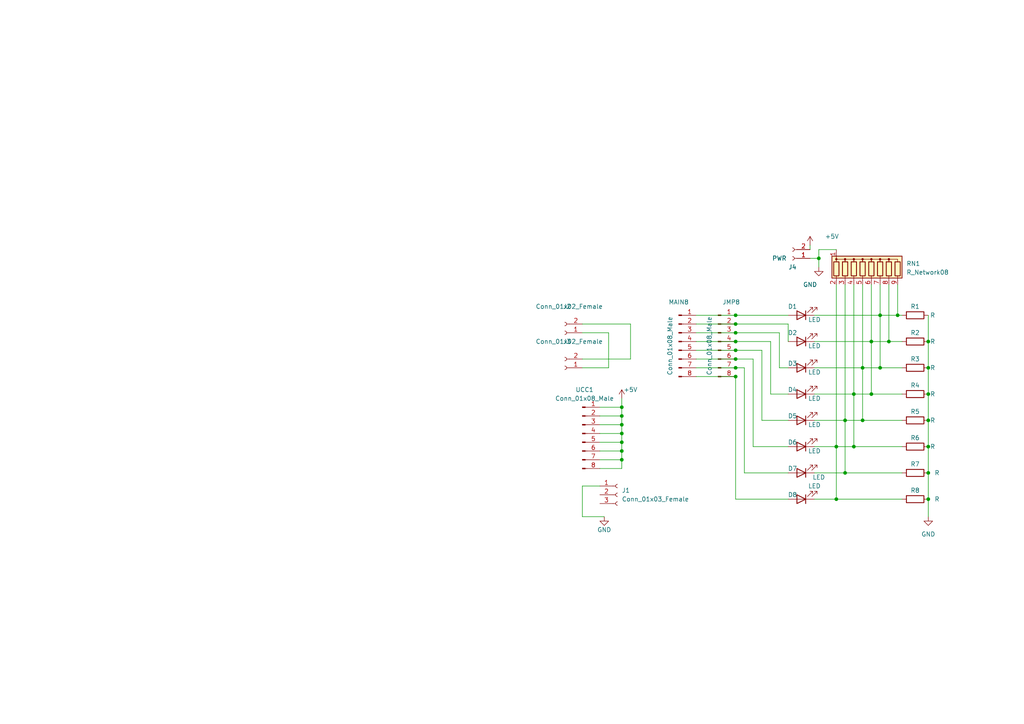
<source format=kicad_sch>
(kicad_sch (version 20230121) (generator eeschema)

  (uuid 0ec807d1-8f9d-4da4-b0b2-f00387f4a277)

  (paper "A4")

  (lib_symbols
    (symbol "Connector:Conn_01x02_Female" (pin_names (offset 1.016) hide) (in_bom yes) (on_board yes)
      (property "Reference" "J" (at 0 2.54 0)
        (effects (font (size 1.27 1.27)))
      )
      (property "Value" "Conn_01x02_Female" (at 0 -5.08 0)
        (effects (font (size 1.27 1.27)))
      )
      (property "Footprint" "" (at 0 0 0)
        (effects (font (size 1.27 1.27)) hide)
      )
      (property "Datasheet" "~" (at 0 0 0)
        (effects (font (size 1.27 1.27)) hide)
      )
      (property "ki_keywords" "connector" (at 0 0 0)
        (effects (font (size 1.27 1.27)) hide)
      )
      (property "ki_description" "Generic connector, single row, 01x02, script generated (kicad-library-utils/schlib/autogen/connector/)" (at 0 0 0)
        (effects (font (size 1.27 1.27)) hide)
      )
      (property "ki_fp_filters" "Connector*:*_1x??_*" (at 0 0 0)
        (effects (font (size 1.27 1.27)) hide)
      )
      (symbol "Conn_01x02_Female_1_1"
        (arc (start 0 -2.032) (mid -0.5058 -2.54) (end 0 -3.048)
          (stroke (width 0.1524) (type default))
          (fill (type none))
        )
        (polyline
          (pts
            (xy -1.27 -2.54)
            (xy -0.508 -2.54)
          )
          (stroke (width 0.1524) (type default))
          (fill (type none))
        )
        (polyline
          (pts
            (xy -1.27 0)
            (xy -0.508 0)
          )
          (stroke (width 0.1524) (type default))
          (fill (type none))
        )
        (arc (start 0 0.508) (mid -0.5058 0) (end 0 -0.508)
          (stroke (width 0.1524) (type default))
          (fill (type none))
        )
        (pin passive line (at -5.08 0 0) (length 3.81)
          (name "Pin_1" (effects (font (size 1.27 1.27))))
          (number "1" (effects (font (size 1.27 1.27))))
        )
        (pin passive line (at -5.08 -2.54 0) (length 3.81)
          (name "Pin_2" (effects (font (size 1.27 1.27))))
          (number "2" (effects (font (size 1.27 1.27))))
        )
      )
    )
    (symbol "Connector:Conn_01x03_Female" (pin_names (offset 1.016) hide) (in_bom yes) (on_board yes)
      (property "Reference" "J" (at 0 5.08 0)
        (effects (font (size 1.27 1.27)))
      )
      (property "Value" "Conn_01x03_Female" (at 0 -5.08 0)
        (effects (font (size 1.27 1.27)))
      )
      (property "Footprint" "" (at 0 0 0)
        (effects (font (size 1.27 1.27)) hide)
      )
      (property "Datasheet" "~" (at 0 0 0)
        (effects (font (size 1.27 1.27)) hide)
      )
      (property "ki_keywords" "connector" (at 0 0 0)
        (effects (font (size 1.27 1.27)) hide)
      )
      (property "ki_description" "Generic connector, single row, 01x03, script generated (kicad-library-utils/schlib/autogen/connector/)" (at 0 0 0)
        (effects (font (size 1.27 1.27)) hide)
      )
      (property "ki_fp_filters" "Connector*:*_1x??_*" (at 0 0 0)
        (effects (font (size 1.27 1.27)) hide)
      )
      (symbol "Conn_01x03_Female_1_1"
        (arc (start 0 -2.032) (mid -0.5058 -2.54) (end 0 -3.048)
          (stroke (width 0.1524) (type default))
          (fill (type none))
        )
        (polyline
          (pts
            (xy -1.27 -2.54)
            (xy -0.508 -2.54)
          )
          (stroke (width 0.1524) (type default))
          (fill (type none))
        )
        (polyline
          (pts
            (xy -1.27 0)
            (xy -0.508 0)
          )
          (stroke (width 0.1524) (type default))
          (fill (type none))
        )
        (polyline
          (pts
            (xy -1.27 2.54)
            (xy -0.508 2.54)
          )
          (stroke (width 0.1524) (type default))
          (fill (type none))
        )
        (arc (start 0 0.508) (mid -0.5058 0) (end 0 -0.508)
          (stroke (width 0.1524) (type default))
          (fill (type none))
        )
        (arc (start 0 3.048) (mid -0.5058 2.54) (end 0 2.032)
          (stroke (width 0.1524) (type default))
          (fill (type none))
        )
        (pin passive line (at -5.08 2.54 0) (length 3.81)
          (name "Pin_1" (effects (font (size 1.27 1.27))))
          (number "1" (effects (font (size 1.27 1.27))))
        )
        (pin passive line (at -5.08 0 0) (length 3.81)
          (name "Pin_2" (effects (font (size 1.27 1.27))))
          (number "2" (effects (font (size 1.27 1.27))))
        )
        (pin passive line (at -5.08 -2.54 0) (length 3.81)
          (name "Pin_3" (effects (font (size 1.27 1.27))))
          (number "3" (effects (font (size 1.27 1.27))))
        )
      )
    )
    (symbol "Connector:Conn_01x08_Male" (pin_names (offset 1.016) hide) (in_bom yes) (on_board yes)
      (property "Reference" "J" (at 0 10.16 0)
        (effects (font (size 1.27 1.27)))
      )
      (property "Value" "Conn_01x08_Male" (at 0 -12.7 0)
        (effects (font (size 1.27 1.27)))
      )
      (property "Footprint" "" (at 0 0 0)
        (effects (font (size 1.27 1.27)) hide)
      )
      (property "Datasheet" "~" (at 0 0 0)
        (effects (font (size 1.27 1.27)) hide)
      )
      (property "ki_keywords" "connector" (at 0 0 0)
        (effects (font (size 1.27 1.27)) hide)
      )
      (property "ki_description" "Generic connector, single row, 01x08, script generated (kicad-library-utils/schlib/autogen/connector/)" (at 0 0 0)
        (effects (font (size 1.27 1.27)) hide)
      )
      (property "ki_fp_filters" "Connector*:*_1x??_*" (at 0 0 0)
        (effects (font (size 1.27 1.27)) hide)
      )
      (symbol "Conn_01x08_Male_1_1"
        (polyline
          (pts
            (xy 1.27 -10.16)
            (xy 0.8636 -10.16)
          )
          (stroke (width 0.1524) (type default))
          (fill (type none))
        )
        (polyline
          (pts
            (xy 1.27 -7.62)
            (xy 0.8636 -7.62)
          )
          (stroke (width 0.1524) (type default))
          (fill (type none))
        )
        (polyline
          (pts
            (xy 1.27 -5.08)
            (xy 0.8636 -5.08)
          )
          (stroke (width 0.1524) (type default))
          (fill (type none))
        )
        (polyline
          (pts
            (xy 1.27 -2.54)
            (xy 0.8636 -2.54)
          )
          (stroke (width 0.1524) (type default))
          (fill (type none))
        )
        (polyline
          (pts
            (xy 1.27 0)
            (xy 0.8636 0)
          )
          (stroke (width 0.1524) (type default))
          (fill (type none))
        )
        (polyline
          (pts
            (xy 1.27 2.54)
            (xy 0.8636 2.54)
          )
          (stroke (width 0.1524) (type default))
          (fill (type none))
        )
        (polyline
          (pts
            (xy 1.27 5.08)
            (xy 0.8636 5.08)
          )
          (stroke (width 0.1524) (type default))
          (fill (type none))
        )
        (polyline
          (pts
            (xy 1.27 7.62)
            (xy 0.8636 7.62)
          )
          (stroke (width 0.1524) (type default))
          (fill (type none))
        )
        (rectangle (start 0.8636 -10.033) (end 0 -10.287)
          (stroke (width 0.1524) (type default))
          (fill (type outline))
        )
        (rectangle (start 0.8636 -7.493) (end 0 -7.747)
          (stroke (width 0.1524) (type default))
          (fill (type outline))
        )
        (rectangle (start 0.8636 -4.953) (end 0 -5.207)
          (stroke (width 0.1524) (type default))
          (fill (type outline))
        )
        (rectangle (start 0.8636 -2.413) (end 0 -2.667)
          (stroke (width 0.1524) (type default))
          (fill (type outline))
        )
        (rectangle (start 0.8636 0.127) (end 0 -0.127)
          (stroke (width 0.1524) (type default))
          (fill (type outline))
        )
        (rectangle (start 0.8636 2.667) (end 0 2.413)
          (stroke (width 0.1524) (type default))
          (fill (type outline))
        )
        (rectangle (start 0.8636 5.207) (end 0 4.953)
          (stroke (width 0.1524) (type default))
          (fill (type outline))
        )
        (rectangle (start 0.8636 7.747) (end 0 7.493)
          (stroke (width 0.1524) (type default))
          (fill (type outline))
        )
        (pin passive line (at 5.08 7.62 180) (length 3.81)
          (name "Pin_1" (effects (font (size 1.27 1.27))))
          (number "1" (effects (font (size 1.27 1.27))))
        )
        (pin passive line (at 5.08 5.08 180) (length 3.81)
          (name "Pin_2" (effects (font (size 1.27 1.27))))
          (number "2" (effects (font (size 1.27 1.27))))
        )
        (pin passive line (at 5.08 2.54 180) (length 3.81)
          (name "Pin_3" (effects (font (size 1.27 1.27))))
          (number "3" (effects (font (size 1.27 1.27))))
        )
        (pin passive line (at 5.08 0 180) (length 3.81)
          (name "Pin_4" (effects (font (size 1.27 1.27))))
          (number "4" (effects (font (size 1.27 1.27))))
        )
        (pin passive line (at 5.08 -2.54 180) (length 3.81)
          (name "Pin_5" (effects (font (size 1.27 1.27))))
          (number "5" (effects (font (size 1.27 1.27))))
        )
        (pin passive line (at 5.08 -5.08 180) (length 3.81)
          (name "Pin_6" (effects (font (size 1.27 1.27))))
          (number "6" (effects (font (size 1.27 1.27))))
        )
        (pin passive line (at 5.08 -7.62 180) (length 3.81)
          (name "Pin_7" (effects (font (size 1.27 1.27))))
          (number "7" (effects (font (size 1.27 1.27))))
        )
        (pin passive line (at 5.08 -10.16 180) (length 3.81)
          (name "Pin_8" (effects (font (size 1.27 1.27))))
          (number "8" (effects (font (size 1.27 1.27))))
        )
      )
    )
    (symbol "Device:LED" (pin_numbers hide) (pin_names (offset 1.016) hide) (in_bom yes) (on_board yes)
      (property "Reference" "D" (at 0 2.54 0)
        (effects (font (size 1.27 1.27)))
      )
      (property "Value" "LED" (at 0 -2.54 0)
        (effects (font (size 1.27 1.27)))
      )
      (property "Footprint" "" (at 0 0 0)
        (effects (font (size 1.27 1.27)) hide)
      )
      (property "Datasheet" "~" (at 0 0 0)
        (effects (font (size 1.27 1.27)) hide)
      )
      (property "ki_keywords" "LED diode" (at 0 0 0)
        (effects (font (size 1.27 1.27)) hide)
      )
      (property "ki_description" "Light emitting diode" (at 0 0 0)
        (effects (font (size 1.27 1.27)) hide)
      )
      (property "ki_fp_filters" "LED* LED_SMD:* LED_THT:*" (at 0 0 0)
        (effects (font (size 1.27 1.27)) hide)
      )
      (symbol "LED_0_1"
        (polyline
          (pts
            (xy -1.27 -1.27)
            (xy -1.27 1.27)
          )
          (stroke (width 0.254) (type default))
          (fill (type none))
        )
        (polyline
          (pts
            (xy -1.27 0)
            (xy 1.27 0)
          )
          (stroke (width 0) (type default))
          (fill (type none))
        )
        (polyline
          (pts
            (xy 1.27 -1.27)
            (xy 1.27 1.27)
            (xy -1.27 0)
            (xy 1.27 -1.27)
          )
          (stroke (width 0.254) (type default))
          (fill (type none))
        )
        (polyline
          (pts
            (xy -3.048 -0.762)
            (xy -4.572 -2.286)
            (xy -3.81 -2.286)
            (xy -4.572 -2.286)
            (xy -4.572 -1.524)
          )
          (stroke (width 0) (type default))
          (fill (type none))
        )
        (polyline
          (pts
            (xy -1.778 -0.762)
            (xy -3.302 -2.286)
            (xy -2.54 -2.286)
            (xy -3.302 -2.286)
            (xy -3.302 -1.524)
          )
          (stroke (width 0) (type default))
          (fill (type none))
        )
      )
      (symbol "LED_1_1"
        (pin passive line (at -3.81 0 0) (length 2.54)
          (name "K" (effects (font (size 1.27 1.27))))
          (number "1" (effects (font (size 1.27 1.27))))
        )
        (pin passive line (at 3.81 0 180) (length 2.54)
          (name "A" (effects (font (size 1.27 1.27))))
          (number "2" (effects (font (size 1.27 1.27))))
        )
      )
    )
    (symbol "Device:R" (pin_numbers hide) (pin_names (offset 0)) (in_bom yes) (on_board yes)
      (property "Reference" "R" (at 2.032 0 90)
        (effects (font (size 1.27 1.27)))
      )
      (property "Value" "R" (at 0 0 90)
        (effects (font (size 1.27 1.27)))
      )
      (property "Footprint" "" (at -1.778 0 90)
        (effects (font (size 1.27 1.27)) hide)
      )
      (property "Datasheet" "~" (at 0 0 0)
        (effects (font (size 1.27 1.27)) hide)
      )
      (property "ki_keywords" "R res resistor" (at 0 0 0)
        (effects (font (size 1.27 1.27)) hide)
      )
      (property "ki_description" "Resistor" (at 0 0 0)
        (effects (font (size 1.27 1.27)) hide)
      )
      (property "ki_fp_filters" "R_*" (at 0 0 0)
        (effects (font (size 1.27 1.27)) hide)
      )
      (symbol "R_0_1"
        (rectangle (start -1.016 -2.54) (end 1.016 2.54)
          (stroke (width 0.254) (type default))
          (fill (type none))
        )
      )
      (symbol "R_1_1"
        (pin passive line (at 0 3.81 270) (length 1.27)
          (name "~" (effects (font (size 1.27 1.27))))
          (number "1" (effects (font (size 1.27 1.27))))
        )
        (pin passive line (at 0 -3.81 90) (length 1.27)
          (name "~" (effects (font (size 1.27 1.27))))
          (number "2" (effects (font (size 1.27 1.27))))
        )
      )
    )
    (symbol "Device:R_Network08" (pin_names (offset 0) hide) (in_bom yes) (on_board yes)
      (property "Reference" "RN" (at -12.7 0 90)
        (effects (font (size 1.27 1.27)))
      )
      (property "Value" "R_Network08" (at 10.16 0 90)
        (effects (font (size 1.27 1.27)))
      )
      (property "Footprint" "Resistor_THT:R_Array_SIP9" (at 12.065 0 90)
        (effects (font (size 1.27 1.27)) hide)
      )
      (property "Datasheet" "http://www.vishay.com/docs/31509/csc.pdf" (at 0 0 0)
        (effects (font (size 1.27 1.27)) hide)
      )
      (property "ki_keywords" "R network star-topology" (at 0 0 0)
        (effects (font (size 1.27 1.27)) hide)
      )
      (property "ki_description" "8 resistor network, star topology, bussed resistors, small symbol" (at 0 0 0)
        (effects (font (size 1.27 1.27)) hide)
      )
      (property "ki_fp_filters" "R?Array?SIP*" (at 0 0 0)
        (effects (font (size 1.27 1.27)) hide)
      )
      (symbol "R_Network08_0_1"
        (rectangle (start -11.43 -3.175) (end 8.89 3.175)
          (stroke (width 0.254) (type default))
          (fill (type background))
        )
        (rectangle (start -10.922 1.524) (end -9.398 -2.54)
          (stroke (width 0.254) (type default))
          (fill (type none))
        )
        (circle (center -10.16 2.286) (radius 0.254)
          (stroke (width 0) (type default))
          (fill (type outline))
        )
        (rectangle (start -8.382 1.524) (end -6.858 -2.54)
          (stroke (width 0.254) (type default))
          (fill (type none))
        )
        (circle (center -7.62 2.286) (radius 0.254)
          (stroke (width 0) (type default))
          (fill (type outline))
        )
        (rectangle (start -5.842 1.524) (end -4.318 -2.54)
          (stroke (width 0.254) (type default))
          (fill (type none))
        )
        (circle (center -5.08 2.286) (radius 0.254)
          (stroke (width 0) (type default))
          (fill (type outline))
        )
        (rectangle (start -3.302 1.524) (end -1.778 -2.54)
          (stroke (width 0.254) (type default))
          (fill (type none))
        )
        (circle (center -2.54 2.286) (radius 0.254)
          (stroke (width 0) (type default))
          (fill (type outline))
        )
        (rectangle (start -0.762 1.524) (end 0.762 -2.54)
          (stroke (width 0.254) (type default))
          (fill (type none))
        )
        (polyline
          (pts
            (xy -10.16 -2.54)
            (xy -10.16 -3.81)
          )
          (stroke (width 0) (type default))
          (fill (type none))
        )
        (polyline
          (pts
            (xy -7.62 -2.54)
            (xy -7.62 -3.81)
          )
          (stroke (width 0) (type default))
          (fill (type none))
        )
        (polyline
          (pts
            (xy -5.08 -2.54)
            (xy -5.08 -3.81)
          )
          (stroke (width 0) (type default))
          (fill (type none))
        )
        (polyline
          (pts
            (xy -2.54 -2.54)
            (xy -2.54 -3.81)
          )
          (stroke (width 0) (type default))
          (fill (type none))
        )
        (polyline
          (pts
            (xy 0 -2.54)
            (xy 0 -3.81)
          )
          (stroke (width 0) (type default))
          (fill (type none))
        )
        (polyline
          (pts
            (xy 2.54 -2.54)
            (xy 2.54 -3.81)
          )
          (stroke (width 0) (type default))
          (fill (type none))
        )
        (polyline
          (pts
            (xy 5.08 -2.54)
            (xy 5.08 -3.81)
          )
          (stroke (width 0) (type default))
          (fill (type none))
        )
        (polyline
          (pts
            (xy 7.62 -2.54)
            (xy 7.62 -3.81)
          )
          (stroke (width 0) (type default))
          (fill (type none))
        )
        (polyline
          (pts
            (xy -10.16 1.524)
            (xy -10.16 2.286)
            (xy -7.62 2.286)
            (xy -7.62 1.524)
          )
          (stroke (width 0) (type default))
          (fill (type none))
        )
        (polyline
          (pts
            (xy -7.62 1.524)
            (xy -7.62 2.286)
            (xy -5.08 2.286)
            (xy -5.08 1.524)
          )
          (stroke (width 0) (type default))
          (fill (type none))
        )
        (polyline
          (pts
            (xy -5.08 1.524)
            (xy -5.08 2.286)
            (xy -2.54 2.286)
            (xy -2.54 1.524)
          )
          (stroke (width 0) (type default))
          (fill (type none))
        )
        (polyline
          (pts
            (xy -2.54 1.524)
            (xy -2.54 2.286)
            (xy 0 2.286)
            (xy 0 1.524)
          )
          (stroke (width 0) (type default))
          (fill (type none))
        )
        (polyline
          (pts
            (xy 0 1.524)
            (xy 0 2.286)
            (xy 2.54 2.286)
            (xy 2.54 1.524)
          )
          (stroke (width 0) (type default))
          (fill (type none))
        )
        (polyline
          (pts
            (xy 2.54 1.524)
            (xy 2.54 2.286)
            (xy 5.08 2.286)
            (xy 5.08 1.524)
          )
          (stroke (width 0) (type default))
          (fill (type none))
        )
        (polyline
          (pts
            (xy 5.08 1.524)
            (xy 5.08 2.286)
            (xy 7.62 2.286)
            (xy 7.62 1.524)
          )
          (stroke (width 0) (type default))
          (fill (type none))
        )
        (circle (center 0 2.286) (radius 0.254)
          (stroke (width 0) (type default))
          (fill (type outline))
        )
        (rectangle (start 1.778 1.524) (end 3.302 -2.54)
          (stroke (width 0.254) (type default))
          (fill (type none))
        )
        (circle (center 2.54 2.286) (radius 0.254)
          (stroke (width 0) (type default))
          (fill (type outline))
        )
        (rectangle (start 4.318 1.524) (end 5.842 -2.54)
          (stroke (width 0.254) (type default))
          (fill (type none))
        )
        (circle (center 5.08 2.286) (radius 0.254)
          (stroke (width 0) (type default))
          (fill (type outline))
        )
        (rectangle (start 6.858 1.524) (end 8.382 -2.54)
          (stroke (width 0.254) (type default))
          (fill (type none))
        )
      )
      (symbol "R_Network08_1_1"
        (pin passive line (at -10.16 5.08 270) (length 2.54)
          (name "common" (effects (font (size 1.27 1.27))))
          (number "1" (effects (font (size 1.27 1.27))))
        )
        (pin passive line (at -10.16 -5.08 90) (length 1.27)
          (name "R1" (effects (font (size 1.27 1.27))))
          (number "2" (effects (font (size 1.27 1.27))))
        )
        (pin passive line (at -7.62 -5.08 90) (length 1.27)
          (name "R2" (effects (font (size 1.27 1.27))))
          (number "3" (effects (font (size 1.27 1.27))))
        )
        (pin passive line (at -5.08 -5.08 90) (length 1.27)
          (name "R3" (effects (font (size 1.27 1.27))))
          (number "4" (effects (font (size 1.27 1.27))))
        )
        (pin passive line (at -2.54 -5.08 90) (length 1.27)
          (name "R4" (effects (font (size 1.27 1.27))))
          (number "5" (effects (font (size 1.27 1.27))))
        )
        (pin passive line (at 0 -5.08 90) (length 1.27)
          (name "R5" (effects (font (size 1.27 1.27))))
          (number "6" (effects (font (size 1.27 1.27))))
        )
        (pin passive line (at 2.54 -5.08 90) (length 1.27)
          (name "R6" (effects (font (size 1.27 1.27))))
          (number "7" (effects (font (size 1.27 1.27))))
        )
        (pin passive line (at 5.08 -5.08 90) (length 1.27)
          (name "R7" (effects (font (size 1.27 1.27))))
          (number "8" (effects (font (size 1.27 1.27))))
        )
        (pin passive line (at 7.62 -5.08 90) (length 1.27)
          (name "R8" (effects (font (size 1.27 1.27))))
          (number "9" (effects (font (size 1.27 1.27))))
        )
      )
    )
    (symbol "power:+5V" (power) (pin_names (offset 0)) (in_bom yes) (on_board yes)
      (property "Reference" "#PWR" (at 0 -3.81 0)
        (effects (font (size 1.27 1.27)) hide)
      )
      (property "Value" "+5V" (at 0 3.556 0)
        (effects (font (size 1.27 1.27)))
      )
      (property "Footprint" "" (at 0 0 0)
        (effects (font (size 1.27 1.27)) hide)
      )
      (property "Datasheet" "" (at 0 0 0)
        (effects (font (size 1.27 1.27)) hide)
      )
      (property "ki_keywords" "power-flag" (at 0 0 0)
        (effects (font (size 1.27 1.27)) hide)
      )
      (property "ki_description" "Power symbol creates a global label with name \"+5V\"" (at 0 0 0)
        (effects (font (size 1.27 1.27)) hide)
      )
      (symbol "+5V_0_1"
        (polyline
          (pts
            (xy -0.762 1.27)
            (xy 0 2.54)
          )
          (stroke (width 0) (type default))
          (fill (type none))
        )
        (polyline
          (pts
            (xy 0 0)
            (xy 0 2.54)
          )
          (stroke (width 0) (type default))
          (fill (type none))
        )
        (polyline
          (pts
            (xy 0 2.54)
            (xy 0.762 1.27)
          )
          (stroke (width 0) (type default))
          (fill (type none))
        )
      )
      (symbol "+5V_1_1"
        (pin power_in line (at 0 0 90) (length 0) hide
          (name "+5V" (effects (font (size 1.27 1.27))))
          (number "1" (effects (font (size 1.27 1.27))))
        )
      )
    )
    (symbol "power:GND" (power) (pin_names (offset 0)) (in_bom yes) (on_board yes)
      (property "Reference" "#PWR" (at 0 -6.35 0)
        (effects (font (size 1.27 1.27)) hide)
      )
      (property "Value" "GND" (at 0 -3.81 0)
        (effects (font (size 1.27 1.27)))
      )
      (property "Footprint" "" (at 0 0 0)
        (effects (font (size 1.27 1.27)) hide)
      )
      (property "Datasheet" "" (at 0 0 0)
        (effects (font (size 1.27 1.27)) hide)
      )
      (property "ki_keywords" "power-flag" (at 0 0 0)
        (effects (font (size 1.27 1.27)) hide)
      )
      (property "ki_description" "Power symbol creates a global label with name \"GND\" , ground" (at 0 0 0)
        (effects (font (size 1.27 1.27)) hide)
      )
      (symbol "GND_0_1"
        (polyline
          (pts
            (xy 0 0)
            (xy 0 -1.27)
            (xy 1.27 -1.27)
            (xy 0 -2.54)
            (xy -1.27 -1.27)
            (xy 0 -1.27)
          )
          (stroke (width 0) (type default))
          (fill (type none))
        )
      )
      (symbol "GND_1_1"
        (pin power_in line (at 0 0 270) (length 0) hide
          (name "GND" (effects (font (size 1.27 1.27))))
          (number "1" (effects (font (size 1.27 1.27))))
        )
      )
    )
  )

  (junction (at 260.35 91.44) (diameter 0) (color 0 0 0 0)
    (uuid 0857ef37-d224-476a-87b8-d28e014a1109)
  )
  (junction (at 213.36 91.44) (diameter 0) (color 0 0 0 0)
    (uuid 09167bd6-45aa-4d98-b0ef-00f796e88839)
  )
  (junction (at 252.73 114.3) (diameter 0) (color 0 0 0 0)
    (uuid 0e53f06b-57da-4d17-a4e6-9fa578011bbd)
  )
  (junction (at 245.11 137.16) (diameter 0) (color 0 0 0 0)
    (uuid 122d9d14-d4bb-4f67-bed0-0e0705c19e1b)
  )
  (junction (at 213.36 96.52) (diameter 0) (color 0 0 0 0)
    (uuid 14eb6e3d-99a1-43c5-a7fc-e5544b1b831a)
  )
  (junction (at 180.34 130.81) (diameter 0) (color 0 0 0 0)
    (uuid 2a90e623-9081-4d68-b4ad-02782f5b776e)
  )
  (junction (at 213.36 99.06) (diameter 0) (color 0 0 0 0)
    (uuid 3b0b7da1-11b8-4503-a8d3-51486273249c)
  )
  (junction (at 269.24 129.54) (diameter 0) (color 0 0 0 0)
    (uuid 428b80b7-f2a9-4583-b405-60fb5ff070e3)
  )
  (junction (at 213.36 106.68) (diameter 0) (color 0 0 0 0)
    (uuid 4a7b1937-517b-4b63-9e93-b3300b05ba47)
  )
  (junction (at 247.65 114.3) (diameter 0) (color 0 0 0 0)
    (uuid 591e69af-74f3-4b42-b564-2d79b60afc57)
  )
  (junction (at 255.27 106.68) (diameter 0) (color 0 0 0 0)
    (uuid 6096a30e-9e62-4dc9-9a71-a496142ae9f6)
  )
  (junction (at 250.19 121.92) (diameter 0) (color 0 0 0 0)
    (uuid 65e817bf-4d9b-4ce3-907f-1e22ff59260f)
  )
  (junction (at 257.81 99.06) (diameter 0) (color 0 0 0 0)
    (uuid 677bc239-c8d4-4c20-8a7c-4840e75b5424)
  )
  (junction (at 180.34 133.35) (diameter 0) (color 0 0 0 0)
    (uuid 71b62600-0888-4ea4-9aa7-2568f535c553)
  )
  (junction (at 269.24 144.78) (diameter 0) (color 0 0 0 0)
    (uuid 75e9cb9f-d6c2-4725-86a6-55e94930b393)
  )
  (junction (at 269.24 114.3) (diameter 0) (color 0 0 0 0)
    (uuid 7bd89f4e-68f3-4140-84d4-815113c6d1bd)
  )
  (junction (at 269.24 121.92) (diameter 0) (color 0 0 0 0)
    (uuid 866b8321-fab3-455d-873d-6c7c4cc081dc)
  )
  (junction (at 269.24 99.06) (diameter 0) (color 0 0 0 0)
    (uuid 876670a5-0ef5-482b-9c3c-4399412b4a84)
  )
  (junction (at 242.57 129.54) (diameter 0) (color 0 0 0 0)
    (uuid 8ae21774-db47-4952-92cf-f2f24dc9a479)
  )
  (junction (at 180.34 123.19) (diameter 0) (color 0 0 0 0)
    (uuid 90de5f77-cdc4-46ee-a7b2-fa5d05691a4d)
  )
  (junction (at 180.34 120.65) (diameter 0) (color 0 0 0 0)
    (uuid 9f91d051-7b40-49f4-a54c-b742329f6a69)
  )
  (junction (at 213.36 104.14) (diameter 0) (color 0 0 0 0)
    (uuid a00ad789-ceb4-43f2-b2ce-a82049eb5dd3)
  )
  (junction (at 250.19 106.68) (diameter 0) (color 0 0 0 0)
    (uuid a9c051d3-d922-4353-8ef9-0025c6f6082b)
  )
  (junction (at 247.65 129.54) (diameter 0) (color 0 0 0 0)
    (uuid abfa196c-35e1-4bbf-a8e3-fa21655923dd)
  )
  (junction (at 255.27 91.44) (diameter 0) (color 0 0 0 0)
    (uuid ad4e159b-13d1-40f3-9c8b-08aca0a7fcef)
  )
  (junction (at 213.36 109.22) (diameter 0) (color 0 0 0 0)
    (uuid b83c3916-5290-4a16-a0ed-fe6f9e026f95)
  )
  (junction (at 180.34 125.73) (diameter 0) (color 0 0 0 0)
    (uuid caff4c94-9e5b-4017-b631-629bdd0ae2b5)
  )
  (junction (at 237.49 74.93) (diameter 0) (color 0 0 0 0)
    (uuid daa0ee9e-1dc8-462d-8816-77d3feb86923)
  )
  (junction (at 213.36 93.98) (diameter 0) (color 0 0 0 0)
    (uuid df4090c2-b1e2-415c-a3e3-39964c568a3d)
  )
  (junction (at 252.73 99.06) (diameter 0) (color 0 0 0 0)
    (uuid e0b2bec3-785e-4dee-9369-8f0bd95e795c)
  )
  (junction (at 269.24 137.16) (diameter 0) (color 0 0 0 0)
    (uuid e154e5cc-98c7-4f32-a023-fbad28fce703)
  )
  (junction (at 269.24 106.68) (diameter 0) (color 0 0 0 0)
    (uuid e23089e0-acae-4106-89e1-b25875beb93f)
  )
  (junction (at 245.11 121.92) (diameter 0) (color 0 0 0 0)
    (uuid e2dfff66-8838-434e-a566-dfcc2d3abaa8)
  )
  (junction (at 242.57 144.78) (diameter 0) (color 0 0 0 0)
    (uuid ecd869cb-8153-4789-ace3-02d8370a8f24)
  )
  (junction (at 213.36 101.6) (diameter 0) (color 0 0 0 0)
    (uuid ed993f37-1910-4cba-a996-efec165e6388)
  )
  (junction (at 180.34 128.27) (diameter 0) (color 0 0 0 0)
    (uuid f38f432c-76e1-4fc3-9616-6da16371b1c3)
  )
  (junction (at 180.34 118.11) (diameter 0) (color 0 0 0 0)
    (uuid f753db15-4fcc-4507-a9e6-fa6e30caa0c8)
  )

  (wire (pts (xy 180.34 123.19) (xy 180.34 125.73))
    (stroke (width 0) (type default))
    (uuid 00c8f2e7-274a-476e-abd0-e24479e9f446)
  )
  (wire (pts (xy 223.52 114.3) (xy 228.6 114.3))
    (stroke (width 0) (type default))
    (uuid 028ca1ac-7de1-4571-a986-9cdde604ece4)
  )
  (wire (pts (xy 201.93 106.68) (xy 213.36 106.68))
    (stroke (width 0) (type default))
    (uuid 07250e46-20e3-4c00-bb3b-9a536c078328)
  )
  (wire (pts (xy 236.22 129.54) (xy 242.57 129.54))
    (stroke (width 0) (type default))
    (uuid 075b0b24-a34f-4f0e-af40-174419325bf4)
  )
  (wire (pts (xy 182.88 93.98) (xy 182.88 104.14))
    (stroke (width 0) (type default))
    (uuid 097abfb3-462a-4787-ad0f-d3ae3430bacb)
  )
  (wire (pts (xy 245.11 137.16) (xy 261.62 137.16))
    (stroke (width 0) (type default))
    (uuid 0b632932-3501-4628-943e-9cacce7cc977)
  )
  (wire (pts (xy 201.93 93.98) (xy 213.36 93.98))
    (stroke (width 0) (type default))
    (uuid 0c3760d3-5fa7-4b8b-a8a8-8d6fc768fdf0)
  )
  (wire (pts (xy 180.34 128.27) (xy 180.34 130.81))
    (stroke (width 0) (type default))
    (uuid 0c3b11a8-9672-4823-bb68-8caba2f06751)
  )
  (wire (pts (xy 180.34 118.11) (xy 180.34 120.65))
    (stroke (width 0) (type default))
    (uuid 0d468377-6dd4-49de-bbfc-38068a94b9bf)
  )
  (wire (pts (xy 236.22 121.92) (xy 245.11 121.92))
    (stroke (width 0) (type default))
    (uuid 10a79221-4d36-447f-bfb2-50d713106ffd)
  )
  (wire (pts (xy 173.99 125.73) (xy 180.34 125.73))
    (stroke (width 0) (type default))
    (uuid 11ed6815-f46e-4227-bc87-b72e2aa21f2d)
  )
  (wire (pts (xy 242.57 129.54) (xy 242.57 82.55))
    (stroke (width 0) (type default))
    (uuid 16deb142-ad3c-4e04-b68f-6062cd05ce67)
  )
  (wire (pts (xy 236.22 144.78) (xy 242.57 144.78))
    (stroke (width 0) (type default))
    (uuid 19d0718f-eb37-4b46-b8b0-5759f192da64)
  )
  (wire (pts (xy 269.24 144.78) (xy 269.24 149.86))
    (stroke (width 0) (type default))
    (uuid 1dbe85d4-e425-4e38-a9c2-d11598c63566)
  )
  (wire (pts (xy 269.24 121.92) (xy 269.24 129.54))
    (stroke (width 0) (type default))
    (uuid 20d72766-0e25-413c-9ce8-ffbdbab43b88)
  )
  (wire (pts (xy 218.44 129.54) (xy 228.6 129.54))
    (stroke (width 0) (type default))
    (uuid 2188cab7-2f1f-4b66-86db-ec50b4abf1f5)
  )
  (wire (pts (xy 260.35 91.44) (xy 260.35 82.55))
    (stroke (width 0) (type default))
    (uuid 22146fda-941a-4239-80c8-de3d9206f0c9)
  )
  (wire (pts (xy 255.27 106.68) (xy 255.27 91.44))
    (stroke (width 0) (type default))
    (uuid 2239de2b-4361-4b3c-810c-c02f422784ae)
  )
  (wire (pts (xy 168.91 149.86) (xy 175.26 149.86))
    (stroke (width 0) (type default))
    (uuid 23adcded-daf3-4e34-87e7-c997ccc56583)
  )
  (wire (pts (xy 213.36 99.06) (xy 223.52 99.06))
    (stroke (width 0) (type default))
    (uuid 278f21ca-105f-4738-8bdb-4f5ba92b3150)
  )
  (wire (pts (xy 252.73 114.3) (xy 252.73 99.06))
    (stroke (width 0) (type default))
    (uuid 27f4b57a-edce-47a8-b11a-29deb6548024)
  )
  (wire (pts (xy 236.22 137.16) (xy 245.11 137.16))
    (stroke (width 0) (type default))
    (uuid 2a1af23a-65ee-47ca-bd65-8ffcd6303def)
  )
  (wire (pts (xy 245.11 121.92) (xy 245.11 82.55))
    (stroke (width 0) (type default))
    (uuid 2e87aad0-526d-4d42-9ff7-d83d58cf4a18)
  )
  (wire (pts (xy 215.9 106.68) (xy 215.9 137.16))
    (stroke (width 0) (type default))
    (uuid 301c305e-a7be-472b-b640-3416cb1c39f4)
  )
  (wire (pts (xy 201.93 99.06) (xy 213.36 99.06))
    (stroke (width 0) (type default))
    (uuid 3323ee2a-1feb-464c-8b70-86cb10c3a7bf)
  )
  (wire (pts (xy 247.65 114.3) (xy 252.73 114.3))
    (stroke (width 0) (type default))
    (uuid 338e230b-4427-42a1-a81c-b23b65b0de29)
  )
  (wire (pts (xy 168.91 140.97) (xy 168.91 149.86))
    (stroke (width 0) (type default))
    (uuid 3d03bedf-649e-4c4f-8090-da667143f7c6)
  )
  (wire (pts (xy 213.36 91.44) (xy 228.6 91.44))
    (stroke (width 0) (type default))
    (uuid 41217477-dc15-4b20-b36c-9fdb11c5ad4b)
  )
  (wire (pts (xy 228.6 93.98) (xy 228.6 99.06))
    (stroke (width 0) (type default))
    (uuid 416adda8-1d7e-4453-85bf-2fe8afdd30ce)
  )
  (wire (pts (xy 242.57 129.54) (xy 247.65 129.54))
    (stroke (width 0) (type default))
    (uuid 430f9626-d526-47e4-9be1-3bc5e7a359ff)
  )
  (wire (pts (xy 236.22 106.68) (xy 250.19 106.68))
    (stroke (width 0) (type default))
    (uuid 479b2de1-6c5d-4254-8315-e1c4b286d363)
  )
  (wire (pts (xy 213.36 109.22) (xy 213.36 144.78))
    (stroke (width 0) (type default))
    (uuid 4b5a5f6e-f019-4fb1-bb16-b90fa26476b1)
  )
  (wire (pts (xy 260.35 91.44) (xy 261.62 91.44))
    (stroke (width 0) (type default))
    (uuid 4b79759f-c9d1-4a5c-acf5-889e3dd1cd07)
  )
  (wire (pts (xy 180.34 115.57) (xy 180.34 118.11))
    (stroke (width 0) (type default))
    (uuid 4f47994e-6eaa-4151-909c-7c098f213eff)
  )
  (wire (pts (xy 176.53 96.52) (xy 176.53 106.68))
    (stroke (width 0) (type default))
    (uuid 4f59268c-3091-41c4-9083-2d1074f6ee16)
  )
  (wire (pts (xy 173.99 128.27) (xy 180.34 128.27))
    (stroke (width 0) (type default))
    (uuid 52bfddb2-a808-4b36-ba66-95af84b6888f)
  )
  (wire (pts (xy 173.99 118.11) (xy 180.34 118.11))
    (stroke (width 0) (type default))
    (uuid 535f551c-5733-4c5a-ad0b-6dd3906747f3)
  )
  (wire (pts (xy 269.24 91.44) (xy 269.24 99.06))
    (stroke (width 0) (type default))
    (uuid 53b04472-7369-4924-8dcb-3dee592db434)
  )
  (wire (pts (xy 269.24 137.16) (xy 269.24 144.78))
    (stroke (width 0) (type default))
    (uuid 55605587-7e6e-47a7-b0a2-154f569aa0e1)
  )
  (wire (pts (xy 250.19 121.92) (xy 261.62 121.92))
    (stroke (width 0) (type default))
    (uuid 57837d01-a23e-4d6f-96dd-6f05d4c8184a)
  )
  (wire (pts (xy 236.22 91.44) (xy 255.27 91.44))
    (stroke (width 0) (type default))
    (uuid 59ebec8c-8189-4b03-8a16-44b341e9fdb1)
  )
  (wire (pts (xy 255.27 91.44) (xy 260.35 91.44))
    (stroke (width 0) (type default))
    (uuid 5bea53b0-d73c-4b50-8ce0-e24f5c307f13)
  )
  (wire (pts (xy 234.95 71.12) (xy 234.95 72.39))
    (stroke (width 0) (type default))
    (uuid 5c466691-a0c3-4c41-b47e-45189c8dff03)
  )
  (wire (pts (xy 213.36 104.14) (xy 218.44 104.14))
    (stroke (width 0) (type default))
    (uuid 5d198585-492d-4343-8482-effdebbb477c)
  )
  (wire (pts (xy 234.95 74.93) (xy 237.49 74.93))
    (stroke (width 0) (type default))
    (uuid 615c6e5f-d132-4fae-9c42-f33032198b70)
  )
  (wire (pts (xy 252.73 99.06) (xy 252.73 82.55))
    (stroke (width 0) (type default))
    (uuid 62497718-d55e-4c69-a2a7-14a3ebf028e1)
  )
  (wire (pts (xy 173.99 123.19) (xy 180.34 123.19))
    (stroke (width 0) (type default))
    (uuid 6275a2ec-319b-4050-ac23-8c911e5c471a)
  )
  (wire (pts (xy 257.81 99.06) (xy 261.62 99.06))
    (stroke (width 0) (type default))
    (uuid 62a15a44-94f8-4bce-8321-4189e490e96e)
  )
  (wire (pts (xy 247.65 114.3) (xy 247.65 82.55))
    (stroke (width 0) (type default))
    (uuid 63251e25-7ca9-492f-af1b-e5f9cc183194)
  )
  (wire (pts (xy 255.27 106.68) (xy 261.62 106.68))
    (stroke (width 0) (type default))
    (uuid 6650212f-121b-4707-99a8-a2f2f77cf2d0)
  )
  (wire (pts (xy 213.36 106.68) (xy 215.9 106.68))
    (stroke (width 0) (type default))
    (uuid 692a6d3d-d75e-4ef6-840b-a7747fa4da47)
  )
  (wire (pts (xy 201.93 96.52) (xy 213.36 96.52))
    (stroke (width 0) (type default))
    (uuid 6a3b8bdb-1cc1-40e1-8ed6-bcc95de31ea7)
  )
  (wire (pts (xy 213.36 93.98) (xy 228.6 93.98))
    (stroke (width 0) (type default))
    (uuid 793373ba-f966-4bcd-97aa-fa29cd9bb081)
  )
  (wire (pts (xy 180.34 120.65) (xy 180.34 123.19))
    (stroke (width 0) (type default))
    (uuid 7b166e61-1c22-4388-ba63-cb50699d1110)
  )
  (wire (pts (xy 245.11 121.92) (xy 250.19 121.92))
    (stroke (width 0) (type default))
    (uuid 7f30a1d8-b7ed-464d-8eef-4846cbb703b5)
  )
  (wire (pts (xy 269.24 114.3) (xy 269.24 121.92))
    (stroke (width 0) (type default))
    (uuid 835b1e94-75b4-4de4-91ac-c9a7ecd161ad)
  )
  (wire (pts (xy 173.99 120.65) (xy 180.34 120.65))
    (stroke (width 0) (type default))
    (uuid 8ef3c3d5-4a17-4827-b146-05b20e608947)
  )
  (wire (pts (xy 218.44 104.14) (xy 218.44 129.54))
    (stroke (width 0) (type default))
    (uuid 8f4220fd-2a62-41c2-b72a-83c8c330eedf)
  )
  (wire (pts (xy 250.19 106.68) (xy 255.27 106.68))
    (stroke (width 0) (type default))
    (uuid 913ffcb5-829a-4a2d-b573-b94ba0ebd157)
  )
  (wire (pts (xy 269.24 129.54) (xy 269.24 137.16))
    (stroke (width 0) (type default))
    (uuid 945a5c8c-9018-4599-8fee-edb7801b4398)
  )
  (wire (pts (xy 269.24 99.06) (xy 269.24 106.68))
    (stroke (width 0) (type default))
    (uuid 948ffb6c-d187-4efb-860f-582ed687d6e9)
  )
  (wire (pts (xy 223.52 99.06) (xy 223.52 114.3))
    (stroke (width 0) (type default))
    (uuid 95b216e2-7491-4f4d-9c15-923ca20129ca)
  )
  (wire (pts (xy 168.91 104.14) (xy 182.88 104.14))
    (stroke (width 0) (type default))
    (uuid 9a7bfe85-8a39-4589-a89b-df5b423324f6)
  )
  (wire (pts (xy 213.36 96.52) (xy 226.06 96.52))
    (stroke (width 0) (type default))
    (uuid 9b76c685-d39d-4470-8a91-629740d67ed2)
  )
  (wire (pts (xy 250.19 106.68) (xy 250.19 82.55))
    (stroke (width 0) (type default))
    (uuid 9d963324-f281-485a-ac93-edb527bccb13)
  )
  (wire (pts (xy 236.22 114.3) (xy 247.65 114.3))
    (stroke (width 0) (type default))
    (uuid 9e32890a-4b86-45d4-8c55-12015c780dbf)
  )
  (wire (pts (xy 201.93 91.44) (xy 213.36 91.44))
    (stroke (width 0) (type default))
    (uuid a12e5bea-327e-4f3e-88f6-893558af7f52)
  )
  (wire (pts (xy 242.57 144.78) (xy 261.62 144.78))
    (stroke (width 0) (type default))
    (uuid a6564b53-a734-46d7-9ba8-2f2587894aa4)
  )
  (wire (pts (xy 168.91 96.52) (xy 176.53 96.52))
    (stroke (width 0) (type default))
    (uuid acb94946-97d7-41b9-a864-e30d3e325e3d)
  )
  (wire (pts (xy 245.11 137.16) (xy 245.11 121.92))
    (stroke (width 0) (type default))
    (uuid ad224223-b9ad-4dbb-b79e-7be6ca237658)
  )
  (wire (pts (xy 255.27 91.44) (xy 255.27 82.55))
    (stroke (width 0) (type default))
    (uuid ad3a9af3-4304-4651-a954-a0e981ef7586)
  )
  (wire (pts (xy 173.99 133.35) (xy 180.34 133.35))
    (stroke (width 0) (type default))
    (uuid afbddf57-bc58-495b-986f-29cb5b897a17)
  )
  (wire (pts (xy 201.93 101.6) (xy 213.36 101.6))
    (stroke (width 0) (type default))
    (uuid b3b35258-6541-49a2-9212-fa91513c1176)
  )
  (wire (pts (xy 173.99 140.97) (xy 168.91 140.97))
    (stroke (width 0) (type default))
    (uuid b4d9d20b-a2ea-47e3-893a-c383be2839b1)
  )
  (wire (pts (xy 215.9 137.16) (xy 228.6 137.16))
    (stroke (width 0) (type default))
    (uuid b6c88593-460b-4e0a-adba-f8ad37d2d040)
  )
  (wire (pts (xy 247.65 129.54) (xy 261.62 129.54))
    (stroke (width 0) (type default))
    (uuid b7644555-1421-46aa-9cc0-dc6f38184213)
  )
  (wire (pts (xy 269.24 106.68) (xy 269.24 114.3))
    (stroke (width 0) (type default))
    (uuid b84c1fe1-993f-4b6d-a10b-86b6c76d228f)
  )
  (wire (pts (xy 180.34 125.73) (xy 180.34 128.27))
    (stroke (width 0) (type default))
    (uuid b8b645d6-fa6b-4ac1-bdf3-c2d127f2fd5d)
  )
  (wire (pts (xy 213.36 101.6) (xy 220.98 101.6))
    (stroke (width 0) (type default))
    (uuid bbe187dc-77f4-4669-aff9-88b87e6fb335)
  )
  (wire (pts (xy 236.22 99.06) (xy 252.73 99.06))
    (stroke (width 0) (type default))
    (uuid bc88e77c-8246-4508-9e83-3218f028ad3e)
  )
  (wire (pts (xy 242.57 144.78) (xy 242.57 129.54))
    (stroke (width 0) (type default))
    (uuid bf0df8b3-852c-45a1-94ed-b08dcf49d9bf)
  )
  (wire (pts (xy 226.06 106.68) (xy 228.6 106.68))
    (stroke (width 0) (type default))
    (uuid c0ffe1d2-8b38-428e-b231-e48753523bbc)
  )
  (wire (pts (xy 237.49 74.93) (xy 237.49 77.47))
    (stroke (width 0) (type default))
    (uuid c84ff40e-297a-412c-80e8-222bdd4d01da)
  )
  (wire (pts (xy 257.81 99.06) (xy 257.81 82.55))
    (stroke (width 0) (type default))
    (uuid c964bd06-f1fe-45f3-995b-18815b4c0315)
  )
  (wire (pts (xy 247.65 129.54) (xy 247.65 114.3))
    (stroke (width 0) (type default))
    (uuid ccfbf558-cf41-4dca-938f-adb61d453950)
  )
  (wire (pts (xy 226.06 96.52) (xy 226.06 106.68))
    (stroke (width 0) (type default))
    (uuid cdd7bbb5-139d-4a76-bb4c-2cbca9473d24)
  )
  (wire (pts (xy 220.98 101.6) (xy 220.98 121.92))
    (stroke (width 0) (type default))
    (uuid cf3b6874-0caf-439d-b07e-d9960348e98c)
  )
  (wire (pts (xy 252.73 99.06) (xy 257.81 99.06))
    (stroke (width 0) (type default))
    (uuid cfc3f9bd-935b-4660-bc6e-543c6d9a3297)
  )
  (wire (pts (xy 201.93 104.14) (xy 213.36 104.14))
    (stroke (width 0) (type default))
    (uuid d30b92b7-380e-41ef-89eb-53e865714667)
  )
  (wire (pts (xy 168.91 106.68) (xy 176.53 106.68))
    (stroke (width 0) (type default))
    (uuid d405302a-3df8-48d1-9ad1-fecf6eace335)
  )
  (wire (pts (xy 180.34 133.35) (xy 180.34 135.89))
    (stroke (width 0) (type default))
    (uuid d59fdf48-1453-4f90-b96b-94ee250850ea)
  )
  (wire (pts (xy 201.93 109.22) (xy 213.36 109.22))
    (stroke (width 0) (type default))
    (uuid d5b2b4ae-c4cb-4b17-8a76-aae0be696f88)
  )
  (wire (pts (xy 252.73 114.3) (xy 261.62 114.3))
    (stroke (width 0) (type default))
    (uuid e6ac6f47-0259-4615-8c42-5ee8caac1d6d)
  )
  (wire (pts (xy 242.57 72.39) (xy 237.49 72.39))
    (stroke (width 0) (type default))
    (uuid e7581748-3743-46a9-94ee-f974662d6c80)
  )
  (wire (pts (xy 173.99 135.89) (xy 180.34 135.89))
    (stroke (width 0) (type default))
    (uuid e778e295-b7bf-49bd-a987-d4880419b207)
  )
  (wire (pts (xy 220.98 121.92) (xy 228.6 121.92))
    (stroke (width 0) (type default))
    (uuid e8438723-75aa-4590-be75-cbcc9e390254)
  )
  (wire (pts (xy 173.99 130.81) (xy 180.34 130.81))
    (stroke (width 0) (type default))
    (uuid e920dde3-e7ab-4614-9dda-2f3ff89da4f3)
  )
  (wire (pts (xy 250.19 121.92) (xy 250.19 106.68))
    (stroke (width 0) (type default))
    (uuid eac0b1ae-b9cf-40f7-af57-7728d09a09af)
  )
  (wire (pts (xy 213.36 144.78) (xy 228.6 144.78))
    (stroke (width 0) (type default))
    (uuid f38117af-ac52-460b-9951-f68dcd5c9096)
  )
  (wire (pts (xy 168.91 93.98) (xy 182.88 93.98))
    (stroke (width 0) (type default))
    (uuid fd11f9a1-a722-48a7-858b-21fc0e9af9fa)
  )
  (wire (pts (xy 237.49 72.39) (xy 237.49 74.93))
    (stroke (width 0) (type default))
    (uuid fe320265-4211-4e74-b86d-aea0949d6d90)
  )
  (wire (pts (xy 180.34 130.81) (xy 180.34 133.35))
    (stroke (width 0) (type default))
    (uuid fecbebff-93a2-406f-8766-efa68e97195b)
  )

  (symbol (lib_id "power:GND") (at 269.24 149.86 0) (unit 1)
    (in_bom yes) (on_board yes) (dnp no) (fields_autoplaced)
    (uuid 0609d96a-091a-4f0e-92f7-0b1dd25aefe7)
    (property "Reference" "#PWR0103" (at 269.24 156.21 0)
      (effects (font (size 1.27 1.27)) hide)
    )
    (property "Value" "GND" (at 269.24 154.94 0)
      (effects (font (size 1.27 1.27)))
    )
    (property "Footprint" "" (at 269.24 149.86 0)
      (effects (font (size 1.27 1.27)) hide)
    )
    (property "Datasheet" "" (at 269.24 149.86 0)
      (effects (font (size 1.27 1.27)) hide)
    )
    (pin "1" (uuid de3f8fbe-d330-4b27-b2fe-1bf7c23dc8d2))
    (instances
      (project "leds8_125x20_v02"
        (path "/0ec807d1-8f9d-4da4-b0b2-f00387f4a277"
          (reference "#PWR0103") (unit 1)
        )
      )
    )
  )

  (symbol (lib_id "Device:R") (at 265.43 106.68 90) (unit 1)
    (in_bom yes) (on_board yes) (dnp no)
    (uuid 0b410aa3-569e-4dfd-b117-c223d48a8b5a)
    (property "Reference" "R3" (at 265.43 104.14 90)
      (effects (font (size 1.27 1.27)))
    )
    (property "Value" "R" (at 270.51 106.68 90)
      (effects (font (size 1.27 1.27)))
    )
    (property "Footprint" "Resistor_THT:R_Axial_DIN0207_L6.3mm_D2.5mm_P7.62mm_Horizontal" (at 265.43 108.458 90)
      (effects (font (size 1.27 1.27)) hide)
    )
    (property "Datasheet" "~" (at 265.43 106.68 0)
      (effects (font (size 1.27 1.27)) hide)
    )
    (pin "1" (uuid b89b6ecc-c96b-429a-8ce8-b3dbb6e4fbea))
    (pin "2" (uuid 18c142dd-4daa-41f0-9008-146d2b89a4e3))
    (instances
      (project "leds8_125x20_v02"
        (path "/0ec807d1-8f9d-4da4-b0b2-f00387f4a277"
          (reference "R3") (unit 1)
        )
      )
    )
  )

  (symbol (lib_id "Device:R") (at 265.43 99.06 90) (unit 1)
    (in_bom yes) (on_board yes) (dnp no)
    (uuid 182a436e-d4b0-480d-bf84-1385948546dd)
    (property "Reference" "R2" (at 265.43 96.52 90)
      (effects (font (size 1.27 1.27)))
    )
    (property "Value" "R" (at 270.51 99.06 90)
      (effects (font (size 1.27 1.27)))
    )
    (property "Footprint" "Resistor_THT:R_Axial_DIN0207_L6.3mm_D2.5mm_P7.62mm_Horizontal" (at 265.43 100.838 90)
      (effects (font (size 1.27 1.27)) hide)
    )
    (property "Datasheet" "~" (at 265.43 99.06 0)
      (effects (font (size 1.27 1.27)) hide)
    )
    (pin "1" (uuid e84992be-ed09-44bc-b9ae-ff287c79b63a))
    (pin "2" (uuid 16983c9e-8f46-427a-9911-ff859079f347))
    (instances
      (project "leds8_125x20_v02"
        (path "/0ec807d1-8f9d-4da4-b0b2-f00387f4a277"
          (reference "R2") (unit 1)
        )
      )
    )
  )

  (symbol (lib_id "Device:LED") (at 232.41 106.68 180) (unit 1)
    (in_bom yes) (on_board yes) (dnp no)
    (uuid 1d25edc9-a5a0-4aaa-a026-7970a2cdc760)
    (property "Reference" "D3" (at 229.87 105.41 0)
      (effects (font (size 1.27 1.27)))
    )
    (property "Value" "LED" (at 236.22 107.95 0)
      (effects (font (size 1.27 1.27)))
    )
    (property "Footprint" "LED_THT:LED_D5.0mm_OCT" (at 232.41 106.68 0)
      (effects (font (size 1.27 1.27)) hide)
    )
    (property "Datasheet" "~" (at 232.41 106.68 0)
      (effects (font (size 1.27 1.27)) hide)
    )
    (pin "1" (uuid d3b221c7-c9b3-46b1-b90a-4e6c0996cbac))
    (pin "2" (uuid 715682bf-bff3-4b05-9a8a-bac3138984b6))
    (instances
      (project "leds8_125x20_v02"
        (path "/0ec807d1-8f9d-4da4-b0b2-f00387f4a277"
          (reference "D3") (unit 1)
        )
      )
    )
  )

  (symbol (lib_id "power:+5V") (at 234.95 71.12 0) (unit 1)
    (in_bom yes) (on_board yes) (dnp no)
    (uuid 1fc4f98f-0c8e-483a-af6d-b23b694aa92d)
    (property "Reference" "#PWR0101" (at 234.95 74.93 0)
      (effects (font (size 1.27 1.27)) hide)
    )
    (property "Value" "+5V (PWR1)" (at 241.3 68.58 0)
      (effects (font (size 1.27 1.27)))
    )
    (property "Footprint" "" (at 234.95 71.12 0)
      (effects (font (size 1.27 1.27)) hide)
    )
    (property "Datasheet" "" (at 234.95 71.12 0)
      (effects (font (size 1.27 1.27)) hide)
    )
    (pin "1" (uuid f247e269-6408-4591-ac90-d6103e3d95f5))
    (instances
      (project "leds8_125x20_v02"
        (path "/0ec807d1-8f9d-4da4-b0b2-f00387f4a277"
          (reference "#PWR0101") (unit 1)
        )
      )
    )
  )

  (symbol (lib_id "Connector:Conn_01x08_Male") (at 208.28 99.06 0) (unit 1)
    (in_bom yes) (on_board yes) (dnp no)
    (uuid 305a8028-ec86-4cc7-bd3f-ff2bc68a6851)
    (property "Reference" "JMP8" (at 212.09 87.63 0)
      (effects (font (size 1.27 1.27)))
    )
    (property "Value" "Conn_01x08_Male" (at 205.74 100.33 90)
      (effects (font (size 1.27 1.27)))
    )
    (property "Footprint" "Connector_PinHeader_2.54mm:PinHeader_1x08_P2.54mm_Vertical" (at 208.28 99.06 0)
      (effects (font (size 1.27 1.27)) hide)
    )
    (property "Datasheet" "~" (at 208.28 99.06 0)
      (effects (font (size 1.27 1.27)) hide)
    )
    (pin "1" (uuid 1ffbe141-53fa-45bf-9f19-259ff6bf1b6f))
    (pin "2" (uuid 0c36b1a8-4fe0-4d7b-9783-11f8945f0e18))
    (pin "3" (uuid 9dfd65ca-b821-4a09-af6a-c8657015d42f))
    (pin "4" (uuid 8da75042-7c8b-4976-b681-10caadea6edf))
    (pin "5" (uuid b35ecb63-6fd2-47c4-bf80-2eb49b88428b))
    (pin "6" (uuid 822e412c-7761-4ad4-905c-e5aaf95469cc))
    (pin "7" (uuid 875dde6d-99d1-42c5-9204-63cea094bbe2))
    (pin "8" (uuid 5ef1e03d-ed8c-40b3-9fef-68b5251281c4))
    (instances
      (project "leds8_125x20_v02"
        (path "/0ec807d1-8f9d-4da4-b0b2-f00387f4a277"
          (reference "JMP8") (unit 1)
        )
      )
    )
  )

  (symbol (lib_id "power:+5V") (at 180.34 115.57 0) (unit 1)
    (in_bom yes) (on_board yes) (dnp no)
    (uuid 3eb788c4-eb8a-4fca-8d91-66c4e1aa826b)
    (property "Reference" "#PWR?" (at 180.34 119.38 0)
      (effects (font (size 1.27 1.27)) hide)
    )
    (property "Value" "+5V" (at 182.88 113.03 0)
      (effects (font (size 1.27 1.27)))
    )
    (property "Footprint" "" (at 180.34 115.57 0)
      (effects (font (size 1.27 1.27)) hide)
    )
    (property "Datasheet" "" (at 180.34 115.57 0)
      (effects (font (size 1.27 1.27)) hide)
    )
    (pin "1" (uuid 3cc6cf7c-d656-472f-b00d-70a6dbbc6d1f))
    (instances
      (project "leds8_125x20_v02"
        (path "/0ec807d1-8f9d-4da4-b0b2-f00387f4a277"
          (reference "#PWR?") (unit 1)
        )
      )
    )
  )

  (symbol (lib_id "Device:R") (at 265.43 114.3 90) (unit 1)
    (in_bom yes) (on_board yes) (dnp no)
    (uuid 3f72aa80-370b-4876-996e-f81e6c102636)
    (property "Reference" "R4" (at 265.43 111.76 90)
      (effects (font (size 1.27 1.27)))
    )
    (property "Value" "R" (at 270.51 114.3 90)
      (effects (font (size 1.27 1.27)))
    )
    (property "Footprint" "Resistor_THT:R_Axial_DIN0207_L6.3mm_D2.5mm_P7.62mm_Horizontal" (at 265.43 116.078 90)
      (effects (font (size 1.27 1.27)) hide)
    )
    (property "Datasheet" "~" (at 265.43 114.3 0)
      (effects (font (size 1.27 1.27)) hide)
    )
    (pin "1" (uuid 8d640a92-8352-44e4-b5e3-9dcc1390730c))
    (pin "2" (uuid 9a05148d-487f-454c-894f-e20e9b01addf))
    (instances
      (project "leds8_125x20_v02"
        (path "/0ec807d1-8f9d-4da4-b0b2-f00387f4a277"
          (reference "R4") (unit 1)
        )
      )
    )
  )

  (symbol (lib_id "Device:LED") (at 232.41 91.44 180) (unit 1)
    (in_bom yes) (on_board yes) (dnp no)
    (uuid 401ddb9a-7eaf-4dd0-aec4-cf72f1ac1c52)
    (property "Reference" "D1" (at 229.87 88.9 0)
      (effects (font (size 1.27 1.27)))
    )
    (property "Value" "LED" (at 236.22 92.71 0)
      (effects (font (size 1.27 1.27)))
    )
    (property "Footprint" "LED_THT:LED_D5.0mm_OCT" (at 232.41 91.44 0)
      (effects (font (size 1.27 1.27)) hide)
    )
    (property "Datasheet" "~" (at 232.41 91.44 0)
      (effects (font (size 1.27 1.27)) hide)
    )
    (pin "1" (uuid 88d83380-7d2c-4496-935d-1abab822829c))
    (pin "2" (uuid 82cdd282-eec1-4468-9122-79aabd7fa384))
    (instances
      (project "leds8_125x20_v02"
        (path "/0ec807d1-8f9d-4da4-b0b2-f00387f4a277"
          (reference "D1") (unit 1)
        )
      )
    )
  )

  (symbol (lib_id "Connector:Conn_01x08_Male") (at 196.85 99.06 0) (unit 1)
    (in_bom yes) (on_board yes) (dnp no)
    (uuid 41f5dbff-06ee-4466-8d14-c2880ebab913)
    (property "Reference" "MAIN8" (at 196.85 87.63 0)
      (effects (font (size 1.27 1.27)))
    )
    (property "Value" "Conn_01x08_Male" (at 194.31 100.33 90)
      (effects (font (size 1.27 1.27)))
    )
    (property "Footprint" "Connector_PinHeader_2.54mm:PinHeader_1x08_P2.54mm_Vertical" (at 196.85 99.06 0)
      (effects (font (size 1.27 1.27)) hide)
    )
    (property "Datasheet" "~" (at 196.85 99.06 0)
      (effects (font (size 1.27 1.27)) hide)
    )
    (pin "1" (uuid deb71f68-d6a4-420e-8a96-93c0ab833eea))
    (pin "2" (uuid 1fc576e6-4a68-4456-b779-bfbe2c9fbc60))
    (pin "3" (uuid 0165df5e-445f-40b1-8e40-493cacf445e1))
    (pin "4" (uuid 12394d36-71e9-451b-935b-1fff0ae8e3ea))
    (pin "5" (uuid 3b51b648-312c-4da7-870c-be477d2c8e20))
    (pin "6" (uuid 14c5742c-c1ac-4c0a-ab79-f1f5a5efbc1d))
    (pin "7" (uuid 17600283-3336-4828-a7c0-9da7b8b264e2))
    (pin "8" (uuid 85ed31ea-1fa9-4c6a-a78a-af6eae345240))
    (instances
      (project "leds8_125x20_v02"
        (path "/0ec807d1-8f9d-4da4-b0b2-f00387f4a277"
          (reference "MAIN8") (unit 1)
        )
      )
    )
  )

  (symbol (lib_id "Connector:Conn_01x02_Female") (at 229.87 74.93 180) (unit 1)
    (in_bom yes) (on_board yes) (dnp no)
    (uuid 4a78f1ce-61a8-44c1-b8d8-791140537c66)
    (property "Reference" "J4" (at 229.87 77.47 0)
      (effects (font (size 1.27 1.27)))
    )
    (property "Value" "PWR" (at 226.06 74.93 0)
      (effects (font (size 1.27 1.27)))
    )
    (property "Footprint" "Connector_PinHeader_2.54mm:PinHeader_1x02_P2.54mm_Vertical" (at 229.87 74.93 0)
      (effects (font (size 1.27 1.27)) hide)
    )
    (property "Datasheet" "~" (at 229.87 74.93 0)
      (effects (font (size 1.27 1.27)) hide)
    )
    (pin "1" (uuid c72b9e53-ccd2-4529-95d7-0ef25ad58719))
    (pin "2" (uuid 38c932cb-e2c8-4027-b2cc-81aeefd78edc))
    (instances
      (project "leds8_125x20_v02"
        (path "/0ec807d1-8f9d-4da4-b0b2-f00387f4a277"
          (reference "J4") (unit 1)
        )
      )
    )
  )

  (symbol (lib_id "Device:LED") (at 232.41 99.06 180) (unit 1)
    (in_bom yes) (on_board yes) (dnp no)
    (uuid 570cb3ab-3578-4f7a-9a5c-347a54902782)
    (property "Reference" "D2" (at 229.87 96.52 0)
      (effects (font (size 1.27 1.27)))
    )
    (property "Value" "LED" (at 236.22 100.33 0)
      (effects (font (size 1.27 1.27)))
    )
    (property "Footprint" "LED_THT:LED_D5.0mm_OCT" (at 232.41 99.06 0)
      (effects (font (size 1.27 1.27)) hide)
    )
    (property "Datasheet" "~" (at 232.41 99.06 0)
      (effects (font (size 1.27 1.27)) hide)
    )
    (pin "1" (uuid da0402c5-bb46-4a26-9c15-21eea4981831))
    (pin "2" (uuid d8a6e4b1-61c7-432d-a5ea-21e3455c70de))
    (instances
      (project "leds8_125x20_v02"
        (path "/0ec807d1-8f9d-4da4-b0b2-f00387f4a277"
          (reference "D2") (unit 1)
        )
      )
    )
  )

  (symbol (lib_id "Connector:Conn_01x02_Female") (at 163.83 106.68 180) (unit 1)
    (in_bom yes) (on_board yes) (dnp no)
    (uuid 6a8231fb-14d1-4ac9-9b22-c30150e6a5d4)
    (property "Reference" "J3" (at 164.465 99.06 0)
      (effects (font (size 1.27 1.27)))
    )
    (property "Value" "Conn_01x02_Female" (at 165.1 99.06 0)
      (effects (font (size 1.27 1.27)))
    )
    (property "Footprint" "Connector_PinHeader_2.54mm:PinHeader_1x02_P2.54mm_Vertical" (at 163.83 106.68 0)
      (effects (font (size 1.27 1.27)) hide)
    )
    (property "Datasheet" "~" (at 163.83 106.68 0)
      (effects (font (size 1.27 1.27)) hide)
    )
    (pin "1" (uuid 8cf533fc-8d5f-494b-a7b1-4bd18deee5a0))
    (pin "2" (uuid 91a684ce-5cb9-4d95-9b6d-5df020bba25f))
    (instances
      (project "leds8_125x20_v02"
        (path "/0ec807d1-8f9d-4da4-b0b2-f00387f4a277"
          (reference "J3") (unit 1)
        )
      )
    )
  )

  (symbol (lib_id "Connector:Conn_01x03_Female") (at 179.07 143.51 0) (unit 1)
    (in_bom yes) (on_board yes) (dnp no) (fields_autoplaced)
    (uuid 968dffd3-78b5-473f-9ce1-72f6cb6cd12e)
    (property "Reference" "J1" (at 180.34 142.2399 0)
      (effects (font (size 1.27 1.27)) (justify left))
    )
    (property "Value" "Conn_01x03_Female" (at 180.34 144.7799 0)
      (effects (font (size 1.27 1.27)) (justify left))
    )
    (property "Footprint" "Connector_PinSocket_2.54mm:PinSocket_1x03_P2.54mm_Vertical" (at 179.07 143.51 0)
      (effects (font (size 1.27 1.27)) hide)
    )
    (property "Datasheet" "~" (at 179.07 143.51 0)
      (effects (font (size 1.27 1.27)) hide)
    )
    (pin "1" (uuid cb3f20d9-8c8f-4c5e-84f8-e69e15e23c77))
    (pin "2" (uuid 72ae0714-6e6f-4809-a7e6-3caa8dc6555a))
    (pin "3" (uuid 5214d7a8-2794-4934-879a-106eca8e59cf))
    (instances
      (project "leds8_125x20_v02"
        (path "/0ec807d1-8f9d-4da4-b0b2-f00387f4a277"
          (reference "J1") (unit 1)
        )
      )
    )
  )

  (symbol (lib_id "Connector:Conn_01x08_Male") (at 168.91 125.73 0) (unit 1)
    (in_bom yes) (on_board yes) (dnp no) (fields_autoplaced)
    (uuid 9f63c932-511e-476f-812e-262ccf4d4dcc)
    (property "Reference" "UCC1" (at 169.545 113.03 0)
      (effects (font (size 1.27 1.27)))
    )
    (property "Value" "Conn_01x08_Male" (at 169.545 115.57 0)
      (effects (font (size 1.27 1.27)))
    )
    (property "Footprint" "Connector_PinHeader_2.54mm:PinHeader_1x08_P2.54mm_Vertical" (at 168.91 125.73 0)
      (effects (font (size 1.27 1.27)) hide)
    )
    (property "Datasheet" "~" (at 168.91 125.73 0)
      (effects (font (size 1.27 1.27)) hide)
    )
    (pin "1" (uuid ce82b8ea-cf35-42f5-9368-b78ce749b867))
    (pin "2" (uuid 0442a472-8e91-421b-8f9d-ce4fb4f156fc))
    (pin "3" (uuid 93de6266-5c80-4e20-b767-fd61bf2464a7))
    (pin "4" (uuid 6eebe2cf-2d70-465c-ab2b-61abcdeded0d))
    (pin "5" (uuid c8325a15-d5bc-40c8-8bb6-1a16f71220ec))
    (pin "6" (uuid 9232e06c-1207-45b8-887e-4afdba7157e0))
    (pin "7" (uuid 11de882b-3b97-40ff-ae42-017cf87a9f31))
    (pin "8" (uuid 8d685fa7-2f71-4b3c-af16-4958bc395fda))
    (instances
      (project "leds8_125x20_v02"
        (path "/0ec807d1-8f9d-4da4-b0b2-f00387f4a277"
          (reference "UCC1") (unit 1)
        )
      )
    )
  )

  (symbol (lib_id "power:GND") (at 175.26 149.86 0) (unit 1)
    (in_bom yes) (on_board yes) (dnp no)
    (uuid a212eff2-8833-4d41-a940-75fbc8dd31d2)
    (property "Reference" "#PWR?" (at 175.26 156.21 0)
      (effects (font (size 1.27 1.27)) hide)
    )
    (property "Value" "GND" (at 175.26 153.67 0)
      (effects (font (size 1.27 1.27)))
    )
    (property "Footprint" "" (at 175.26 149.86 0)
      (effects (font (size 1.27 1.27)) hide)
    )
    (property "Datasheet" "" (at 175.26 149.86 0)
      (effects (font (size 1.27 1.27)) hide)
    )
    (pin "1" (uuid 17061cc2-dfa3-41ea-b587-55ba6e68c740))
    (instances
      (project "leds8_125x20_v02"
        (path "/0ec807d1-8f9d-4da4-b0b2-f00387f4a277"
          (reference "#PWR?") (unit 1)
        )
      )
    )
  )

  (symbol (lib_id "Device:LED") (at 232.41 129.54 180) (unit 1)
    (in_bom yes) (on_board yes) (dnp no)
    (uuid a343f13b-3182-4a0a-957e-c730d0a83b77)
    (property "Reference" "D6" (at 229.87 128.27 0)
      (effects (font (size 1.27 1.27)))
    )
    (property "Value" "LED" (at 236.22 130.81 0)
      (effects (font (size 1.27 1.27)))
    )
    (property "Footprint" "LED_THT:LED_D5.0mm_OCT" (at 232.41 129.54 0)
      (effects (font (size 1.27 1.27)) hide)
    )
    (property "Datasheet" "~" (at 232.41 129.54 0)
      (effects (font (size 1.27 1.27)) hide)
    )
    (pin "1" (uuid 79e7d24d-dfad-48df-96e6-66e4948ccc45))
    (pin "2" (uuid de887d12-12aa-4478-a560-447ae6caab30))
    (instances
      (project "leds8_125x20_v02"
        (path "/0ec807d1-8f9d-4da4-b0b2-f00387f4a277"
          (reference "D6") (unit 1)
        )
      )
    )
  )

  (symbol (lib_id "Device:LED") (at 232.41 121.92 180) (unit 1)
    (in_bom yes) (on_board yes) (dnp no)
    (uuid ae3b0d80-150f-465f-8130-0cf0783331ae)
    (property "Reference" "D5" (at 229.87 120.65 0)
      (effects (font (size 1.27 1.27)))
    )
    (property "Value" "LED" (at 236.22 123.19 0)
      (effects (font (size 1.27 1.27)))
    )
    (property "Footprint" "LED_THT:LED_D5.0mm_OCT" (at 232.41 121.92 0)
      (effects (font (size 1.27 1.27)) hide)
    )
    (property "Datasheet" "~" (at 232.41 121.92 0)
      (effects (font (size 1.27 1.27)) hide)
    )
    (pin "1" (uuid 87b6e846-4ea0-4c0c-b9d1-6968af613a6b))
    (pin "2" (uuid 429edccd-51e0-48b1-8533-c1ea31ba95a3))
    (instances
      (project "leds8_125x20_v02"
        (path "/0ec807d1-8f9d-4da4-b0b2-f00387f4a277"
          (reference "D5") (unit 1)
        )
      )
    )
  )

  (symbol (lib_id "Device:R") (at 265.43 144.78 90) (unit 1)
    (in_bom yes) (on_board yes) (dnp no)
    (uuid ae6b46cb-b138-48af-b515-660dd3a9852d)
    (property "Reference" "R8" (at 265.43 142.24 90)
      (effects (font (size 1.27 1.27)))
    )
    (property "Value" "R" (at 271.78 144.78 90)
      (effects (font (size 1.27 1.27)))
    )
    (property "Footprint" "Resistor_THT:R_Axial_DIN0207_L6.3mm_D2.5mm_P7.62mm_Horizontal" (at 265.43 146.558 90)
      (effects (font (size 1.27 1.27)) hide)
    )
    (property "Datasheet" "~" (at 265.43 144.78 0)
      (effects (font (size 1.27 1.27)) hide)
    )
    (pin "1" (uuid 6994a2f3-8cf3-4d35-a57e-c7999efc63b2))
    (pin "2" (uuid d2f2e391-4bcc-4616-a655-3485f1b5d621))
    (instances
      (project "leds8_125x20_v02"
        (path "/0ec807d1-8f9d-4da4-b0b2-f00387f4a277"
          (reference "R8") (unit 1)
        )
      )
    )
  )

  (symbol (lib_id "Device:R") (at 265.43 129.54 90) (unit 1)
    (in_bom yes) (on_board yes) (dnp no)
    (uuid af6453b5-8471-4b67-9b24-2cb5acb63406)
    (property "Reference" "R6" (at 265.43 127 90)
      (effects (font (size 1.27 1.27)))
    )
    (property "Value" "R" (at 270.51 129.54 90)
      (effects (font (size 1.27 1.27)))
    )
    (property "Footprint" "Resistor_THT:R_Axial_DIN0207_L6.3mm_D2.5mm_P7.62mm_Horizontal" (at 265.43 131.318 90)
      (effects (font (size 1.27 1.27)) hide)
    )
    (property "Datasheet" "~" (at 265.43 129.54 0)
      (effects (font (size 1.27 1.27)) hide)
    )
    (pin "1" (uuid 4bc13be4-5fb5-4e2d-909c-2084e438c67d))
    (pin "2" (uuid 191244f1-1dfc-4122-99e2-e85f597f8937))
    (instances
      (project "leds8_125x20_v02"
        (path "/0ec807d1-8f9d-4da4-b0b2-f00387f4a277"
          (reference "R6") (unit 1)
        )
      )
    )
  )

  (symbol (lib_id "Device:LED") (at 232.41 137.16 180) (unit 1)
    (in_bom yes) (on_board yes) (dnp no)
    (uuid af927324-4b9b-4035-8792-f09ecf442f6b)
    (property "Reference" "D7" (at 229.87 135.89 0)
      (effects (font (size 1.27 1.27)))
    )
    (property "Value" "LED" (at 237.49 138.43 0)
      (effects (font (size 1.27 1.27)))
    )
    (property "Footprint" "LED_THT:LED_D5.0mm_OCT" (at 232.41 137.16 0)
      (effects (font (size 1.27 1.27)) hide)
    )
    (property "Datasheet" "~" (at 232.41 137.16 0)
      (effects (font (size 1.27 1.27)) hide)
    )
    (pin "1" (uuid 7c381a36-0be6-4c18-bfd6-b06a98ee2ad3))
    (pin "2" (uuid f3d4c7fc-fad2-4aeb-89ef-2a3985302dab))
    (instances
      (project "leds8_125x20_v02"
        (path "/0ec807d1-8f9d-4da4-b0b2-f00387f4a277"
          (reference "D7") (unit 1)
        )
      )
    )
  )

  (symbol (lib_id "Device:LED") (at 232.41 144.78 180) (unit 1)
    (in_bom yes) (on_board yes) (dnp no)
    (uuid b698c9c8-c227-43e4-b409-1dfb1618b056)
    (property "Reference" "D8" (at 229.87 143.51 0)
      (effects (font (size 1.27 1.27)))
    )
    (property "Value" "LED" (at 236.22 140.97 0)
      (effects (font (size 1.27 1.27)))
    )
    (property "Footprint" "LED_THT:LED_D5.0mm_OCT" (at 232.41 144.78 0)
      (effects (font (size 1.27 1.27)) hide)
    )
    (property "Datasheet" "~" (at 232.41 144.78 0)
      (effects (font (size 1.27 1.27)) hide)
    )
    (pin "1" (uuid 015c5470-9612-4a79-8c22-157e374bd74b))
    (pin "2" (uuid 02fb6d4a-3309-401b-b54a-300147cb9572))
    (instances
      (project "leds8_125x20_v02"
        (path "/0ec807d1-8f9d-4da4-b0b2-f00387f4a277"
          (reference "D8") (unit 1)
        )
      )
    )
  )

  (symbol (lib_id "Connector:Conn_01x02_Female") (at 163.83 96.52 180) (unit 1)
    (in_bom yes) (on_board yes) (dnp no)
    (uuid b8375ae0-91a5-40d5-ab17-692d69edf7f4)
    (property "Reference" "J2" (at 164.465 88.9 0)
      (effects (font (size 1.27 1.27)))
    )
    (property "Value" "Conn_01x02_Female" (at 165.1 88.9 0)
      (effects (font (size 1.27 1.27)))
    )
    (property "Footprint" "Connector_PinHeader_2.54mm:PinHeader_1x02_P2.54mm_Vertical" (at 163.83 96.52 0)
      (effects (font (size 1.27 1.27)) hide)
    )
    (property "Datasheet" "~" (at 163.83 96.52 0)
      (effects (font (size 1.27 1.27)) hide)
    )
    (pin "1" (uuid 00892e15-049a-44ff-a864-24588039e884))
    (pin "2" (uuid c25d6bc5-49bd-49b2-b1a3-86aa35cd08fe))
    (instances
      (project "leds8_125x20_v02"
        (path "/0ec807d1-8f9d-4da4-b0b2-f00387f4a277"
          (reference "J2") (unit 1)
        )
      )
    )
  )

  (symbol (lib_id "Device:R_Network08") (at 252.73 77.47 0) (unit 1)
    (in_bom yes) (on_board yes) (dnp no) (fields_autoplaced)
    (uuid ba578822-8245-48b4-b2bc-9d461e2df935)
    (property "Reference" "RN1" (at 262.89 76.4539 0)
      (effects (font (size 1.27 1.27)) (justify left))
    )
    (property "Value" "R_Network08" (at 262.89 78.9939 0)
      (effects (font (size 1.27 1.27)) (justify left))
    )
    (property "Footprint" "Resistor_THT:R_Array_SIP9" (at 264.795 77.47 90)
      (effects (font (size 1.27 1.27)) hide)
    )
    (property "Datasheet" "http://www.vishay.com/docs/31509/csc.pdf" (at 252.73 77.47 0)
      (effects (font (size 1.27 1.27)) hide)
    )
    (pin "1" (uuid b77b6be6-c660-431a-964a-d0b4233577fa))
    (pin "2" (uuid 4cf3f2a6-352a-4a49-bfa2-3c4abee3178d))
    (pin "3" (uuid b7864132-4516-4c46-a86b-a133e75f3a24))
    (pin "4" (uuid a2657869-5ec3-46b4-9211-d55de2e52aba))
    (pin "5" (uuid d3a05bb7-017d-42d7-ae48-2abfc98246aa))
    (pin "6" (uuid 0ef22185-5b60-4457-8076-d66c3590cef2))
    (pin "7" (uuid 8702b387-cf04-43d2-8dd8-0ce96c810cc3))
    (pin "8" (uuid 3b8f7780-0c0f-46fb-ae0f-c0b852e2f9d9))
    (pin "9" (uuid 743e5616-74b5-41cb-b76b-477ef129a21e))
    (instances
      (project "leds8_125x20_v02"
        (path "/0ec807d1-8f9d-4da4-b0b2-f00387f4a277"
          (reference "RN1") (unit 1)
        )
      )
    )
  )

  (symbol (lib_id "Device:R") (at 265.43 137.16 90) (unit 1)
    (in_bom yes) (on_board yes) (dnp no)
    (uuid ca268415-1359-451c-b0bd-5fbfdc6805cc)
    (property "Reference" "R7" (at 265.43 134.62 90)
      (effects (font (size 1.27 1.27)))
    )
    (property "Value" "R" (at 271.78 137.16 90)
      (effects (font (size 1.27 1.27)))
    )
    (property "Footprint" "Resistor_THT:R_Axial_DIN0207_L6.3mm_D2.5mm_P7.62mm_Horizontal" (at 265.43 138.938 90)
      (effects (font (size 1.27 1.27)) hide)
    )
    (property "Datasheet" "~" (at 265.43 137.16 0)
      (effects (font (size 1.27 1.27)) hide)
    )
    (pin "1" (uuid d496b90a-632a-449d-a072-23cdde32e0e5))
    (pin "2" (uuid c6fb0f16-721e-4822-aa29-ffd6e196d3ee))
    (instances
      (project "leds8_125x20_v02"
        (path "/0ec807d1-8f9d-4da4-b0b2-f00387f4a277"
          (reference "R7") (unit 1)
        )
      )
    )
  )

  (symbol (lib_id "Device:LED") (at 232.41 114.3 180) (unit 1)
    (in_bom yes) (on_board yes) (dnp no)
    (uuid ded68d17-879e-476f-bbf6-94edc639c138)
    (property "Reference" "D4" (at 229.87 113.03 0)
      (effects (font (size 1.27 1.27)))
    )
    (property "Value" "LED" (at 236.22 115.57 0)
      (effects (font (size 1.27 1.27)))
    )
    (property "Footprint" "LED_THT:LED_D5.0mm_OCT" (at 232.41 114.3 0)
      (effects (font (size 1.27 1.27)) hide)
    )
    (property "Datasheet" "~" (at 232.41 114.3 0)
      (effects (font (size 1.27 1.27)) hide)
    )
    (pin "1" (uuid e2908eef-bf4a-478f-a33e-bf3500e8e4fe))
    (pin "2" (uuid 19ce7939-9467-4d78-a3d6-22ebc5ef0e8e))
    (instances
      (project "leds8_125x20_v02"
        (path "/0ec807d1-8f9d-4da4-b0b2-f00387f4a277"
          (reference "D4") (unit 1)
        )
      )
    )
  )

  (symbol (lib_id "Device:R") (at 265.43 121.92 90) (unit 1)
    (in_bom yes) (on_board yes) (dnp no)
    (uuid df047105-a5ad-4c57-a285-43e978401fab)
    (property "Reference" "R5" (at 265.43 119.38 90)
      (effects (font (size 1.27 1.27)))
    )
    (property "Value" "R" (at 270.51 121.92 90)
      (effects (font (size 1.27 1.27)))
    )
    (property "Footprint" "Resistor_THT:R_Axial_DIN0207_L6.3mm_D2.5mm_P7.62mm_Horizontal" (at 265.43 123.698 90)
      (effects (font (size 1.27 1.27)) hide)
    )
    (property "Datasheet" "~" (at 265.43 121.92 0)
      (effects (font (size 1.27 1.27)) hide)
    )
    (pin "1" (uuid 151fc158-b788-4bf3-8d44-e1eccdbcd8e0))
    (pin "2" (uuid 245037da-5261-450c-9c84-20c368e1ce7b))
    (instances
      (project "leds8_125x20_v02"
        (path "/0ec807d1-8f9d-4da4-b0b2-f00387f4a277"
          (reference "R5") (unit 1)
        )
      )
    )
  )

  (symbol (lib_id "Device:R") (at 265.43 91.44 90) (unit 1)
    (in_bom yes) (on_board yes) (dnp no)
    (uuid ec091e54-6887-4f32-bb32-a78bf6f8e7bd)
    (property "Reference" "R1" (at 265.43 88.9 90)
      (effects (font (size 1.27 1.27)))
    )
    (property "Value" "R" (at 270.51 91.44 90)
      (effects (font (size 1.27 1.27)))
    )
    (property "Footprint" "Resistor_THT:R_Axial_DIN0207_L6.3mm_D2.5mm_P7.62mm_Horizontal" (at 265.43 93.218 90)
      (effects (font (size 1.27 1.27)) hide)
    )
    (property "Datasheet" "~" (at 265.43 91.44 0)
      (effects (font (size 1.27 1.27)) hide)
    )
    (pin "1" (uuid bf23d321-e4bc-4f0b-8bea-961b0d52b271))
    (pin "2" (uuid 4eb6212b-60e6-4da6-b8fd-c789d0b10216))
    (instances
      (project "leds8_125x20_v02"
        (path "/0ec807d1-8f9d-4da4-b0b2-f00387f4a277"
          (reference "R1") (unit 1)
        )
      )
    )
  )

  (symbol (lib_id "power:GND") (at 237.49 77.47 0) (unit 1)
    (in_bom yes) (on_board yes) (dnp no)
    (uuid ede3dd07-fec5-46ef-8ffb-11c96d87b661)
    (property "Reference" "#PWR0102" (at 237.49 83.82 0)
      (effects (font (size 1.27 1.27)) hide)
    )
    (property "Value" "GND (PWR2)" (at 234.95 82.55 0)
      (effects (font (size 1.27 1.27)))
    )
    (property "Footprint" "" (at 237.49 77.47 0)
      (effects (font (size 1.27 1.27)) hide)
    )
    (property "Datasheet" "" (at 237.49 77.47 0)
      (effects (font (size 1.27 1.27)) hide)
    )
    (pin "1" (uuid 7805b542-f6db-4a31-a161-2260e0b571a9))
    (instances
      (project "leds8_125x20_v02"
        (path "/0ec807d1-8f9d-4da4-b0b2-f00387f4a277"
          (reference "#PWR0102") (unit 1)
        )
      )
    )
  )

  (sheet_instances
    (path "/" (page "1"))
  )
)

</source>
